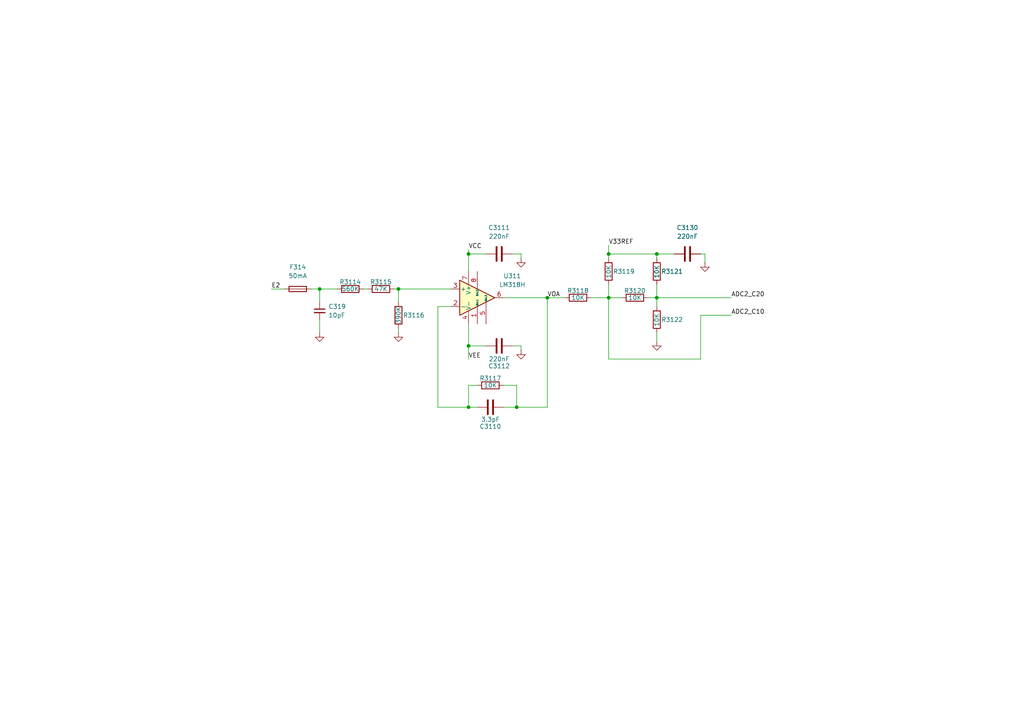
<source format=kicad_sch>
(kicad_sch (version 20231120) (generator "eeschema") (generator_version "8.0")
  (paper "A4")
  (lib_symbols
    (symbol "Amplifier_Operational:LM318H" (pin_names (offset 0.127))
      (property "Reference" "U" (at 3.81 3.81 0))
      (property "Value" "LM318H" (at 3.81 -3.81 0))
      (symbol "LM318H_0_1"
        (polyline (pts (xy 5.08 0) (xy -5.08 5.08) (xy -5.08 -5.08) (xy 5.08 0)) (stroke (width 0.254)) (fill (type background)))
      )
      (symbol "LM318H_1_1"
        (pin passive line (at 0 -7.62 90) (length 5.08) (name "BAL1") (number "1"))
        (pin input line (at -7.62 -2.54 0) (length 2.54) (name "-") (number "2"))
        (pin input line (at -7.62 2.54 0) (length 2.54) (name "+") (number "3"))
        (pin power_in line (at -2.54 -7.62 90) (length 3.81) (name "V-") (number "4"))
        (pin passive line (at 2.54 -7.62 90) (length 6.35) (name "BAL3") (number "5"))
        (pin output line (at 7.62 0 180) (length 2.54) (name "~") (number "6"))
        (pin power_in line (at -2.54 7.62 270) (length 3.81) (name "V+") (number "7"))
        (pin passive line (at 0 7.62 270) (length 5.08) (name "BAL2") (number "8"))
      )
    )
    (symbol "Device:C" (pin_numbers hide) (pin_names (offset 0.254))
      (property "Reference" "C" (at 0.635 2.54 0))
      (property "Value" "C" (at 0.635 -2.54 0))
      (symbol "C_0_1"
        (polyline (pts (xy -2.032 -0.762) (xy 2.032 -0.762)) (stroke (width 0.508)))
        (polyline (pts (xy -2.032 0.762) (xy 2.032 0.762)) (stroke (width 0.508)))
      )
      (symbol "C_1_1"
        (pin passive line (at 0 3.81 270) (length 2.794) (name "~") (number "1"))
        (pin passive line (at 0 -3.81 90) (length 2.794) (name "~") (number "2"))
      )
    )
    (symbol "Device:C_Small" (pin_numbers hide) (pin_names (offset 0.254) hide)
      (property "Reference" "C" (at 0.254 1.778 0))
      (property "Value" "C_Small" (at 0.254 -2.032 0))
      (symbol "C_Small_0_1"
        (polyline (pts (xy -1.524 -0.508) (xy 1.524 -0.508)) (stroke (width 0.3302)))
        (polyline (pts (xy -1.524 0.508) (xy 1.524 0.508)) (stroke (width 0.3048)))
      )
      (symbol "C_Small_1_1"
        (pin passive line (at 0 2.54 270) (length 2.032) (name "~") (number "1"))
        (pin passive line (at 0 -2.54 90) (length 2.032) (name "~") (number "2"))
      )
    )
    (symbol "Device:Fuse" (pin_numbers hide) (pin_names (offset 0))
      (property "Reference" "F" (at 2.032 0 90))
      (property "Value" "Fuse" (at -1.905 0 90))
      (symbol "Fuse_0_1"
        (rectangle (start -0.762 -2.54) (end 0.762 2.54) (stroke (width 0.254)))
        (polyline (pts (xy 0 2.54) (xy 0 -2.54)))
      )
      (symbol "Fuse_1_1"
        (pin passive line (at 0 3.81 270) (length 1.27) (name "~") (number "1"))
        (pin passive line (at 0 -3.81 90) (length 1.27) (name "~") (number "2"))
      )
    )
    (symbol "Device:R" (pin_numbers hide) (pin_names (offset 0))
      (property "Reference" "R" (at 2.032 0 90))
      (property "Value" "R" (at 0 0 90))
      (symbol "R_0_1"
        (rectangle (start -1.016 -2.54) (end 1.016 2.54) (stroke (width 0.254)))
      )
      (symbol "R_1_1"
        (pin passive line (at 0 3.81 270) (length 1.27) (name "~") (number "1"))
        (pin passive line (at 0 -3.81 90) (length 1.27) (name "~") (number "2"))
      )
    )
    (symbol "power:GND" (power) (pin_numbers hide) (pin_names (offset 0) hide)
      (property "Value" "GND" (at 0 -3.81 0))
      (symbol "GND_0_1"
        (polyline (pts (xy 0 0) (xy 0 -1.27) (xy 1.27 -1.27) (xy 0 -2.54) (xy -1.27 -1.27) (xy 0 -1.27)))
      )
      (symbol "GND_1_1"
        (pin power_in line (at 0 0 270) (length 0) (name "~") (number "1"))
      )
    )
  )
  (junction (at 190.5 86.36))
  (junction (at 115.57 83.82))
  (junction (at 158.75 86.36))
  (junction (at 135.89 118.11))
  (junction (at 92.71 83.82))
  (junction (at 135.89 73.66))
  (junction (at 149.86 118.11))
  (junction (at 176.53 73.66))
  (junction (at 176.53 86.36))
  (junction (at 190.5 73.66))
  (junction (at 135.89 100.33))
  (wire (pts (xy 92.71 92.71) (xy 92.71 96.52)))
  (wire (pts (xy 204.47 73.66) (xy 203.2 73.66)))
  (wire (pts (xy 135.89 100.33) (xy 135.89 93.98)))
  (wire (pts (xy 114.3 83.82) (xy 115.57 83.82)))
  (wire (pts (xy 92.71 83.82) (xy 92.71 87.63)))
  (wire (pts (xy 127 118.11) (xy 135.89 118.11)))
  (wire (pts (xy 135.89 118.11) (xy 138.43 118.11)))
  (wire (pts (xy 203.2 104.14) (xy 176.53 104.14)))
  (wire (pts (xy 78.74 83.82) (xy 82.55 83.82)))
  (wire (pts (xy 176.53 71.12) (xy 176.53 73.66)))
  (wire (pts (xy 158.75 86.36) (xy 163.83 86.36)))
  (wire (pts (xy 146.05 111.76) (xy 149.86 111.76)))
  (wire (pts (xy 149.86 118.11) (xy 146.05 118.11)))
  (wire (pts (xy 115.57 95.25) (xy 115.57 96.52)))
  (wire (pts (xy 115.57 83.82) (xy 130.81 83.82)))
  (wire (pts (xy 135.89 72.39) (xy 135.89 73.66)))
  (wire (pts (xy 176.53 82.55) (xy 176.53 86.36)))
  (wire (pts (xy 138.43 111.76) (xy 135.89 111.76)))
  (wire (pts (xy 135.89 73.66) (xy 140.97 73.66)))
  (wire (pts (xy 158.75 86.36) (xy 158.75 118.11)))
  (wire (pts (xy 190.5 74.93) (xy 190.5 73.66)))
  (wire (pts (xy 176.53 104.14) (xy 176.53 86.36)))
  (wire (pts (xy 190.5 86.36) (xy 212.09 86.36)))
  (wire (pts (xy 90.17 83.82) (xy 92.71 83.82)))
  (wire (pts (xy 176.53 73.66) (xy 176.53 74.93)))
  (wire (pts (xy 190.5 82.55) (xy 190.5 86.36)))
  (wire (pts (xy 115.57 83.82) (xy 115.57 87.63)))
  (wire (pts (xy 135.89 73.66) (xy 135.89 78.74)))
  (wire (pts (xy 105.41 83.82) (xy 106.68 83.82)))
  (wire (pts (xy 92.71 83.82) (xy 97.79 83.82)))
  (wire (pts (xy 135.89 100.33) (xy 135.89 104.14)))
  (wire (pts (xy 190.5 86.36) (xy 187.96 86.36)))
  (wire (pts (xy 148.59 100.33) (xy 151.13 100.33)))
  (wire (pts (xy 135.89 111.76) (xy 135.89 118.11)))
  (wire (pts (xy 176.53 86.36) (xy 180.34 86.36)))
  (wire (pts (xy 146.05 86.36) (xy 158.75 86.36)))
  (wire (pts (xy 176.53 86.36) (xy 171.45 86.36)))
  (wire (pts (xy 140.97 100.33) (xy 135.89 100.33)))
  (wire (pts (xy 204.47 76.2) (xy 204.47 73.66)))
  (wire (pts (xy 212.09 91.44) (xy 203.2 91.44)))
  (wire (pts (xy 130.81 88.9) (xy 127 88.9)))
  (wire (pts (xy 148.59 73.66) (xy 151.13 73.66)))
  (wire (pts (xy 190.5 96.52) (xy 190.5 99.06)))
  (wire (pts (xy 151.13 101.6) (xy 151.13 100.33)))
  (wire (pts (xy 190.5 73.66) (xy 195.58 73.66)))
  (wire (pts (xy 203.2 91.44) (xy 203.2 104.14)))
  (wire (pts (xy 149.86 111.76) (xy 149.86 118.11)))
  (wire (pts (xy 158.75 118.11) (xy 149.86 118.11)))
  (wire (pts (xy 190.5 86.36) (xy 190.5 88.9)))
  (wire (pts (xy 127 88.9) (xy 127 118.11)))
  (wire (pts (xy 151.13 74.93) (xy 151.13 73.66)))
  (wire (pts (xy 176.53 73.66) (xy 190.5 73.66)))
  (label "ADC2_C10" (at 212.09 91.44 0))
  (label "ADC2_C20" (at 212.09 86.36 0))
  (label "VCC" (at 135.89 72.39 0))
  (label "VEE" (at 135.89 104.14 0))
  (label "E2" (at 78.74 83.82 0))
  (label "VOA" (at 158.75 86.36 0))
  (label "V33REF" (at 176.53 71.12 0))
  (symbol (lib_id "Device:C") (at 144.78 100.33 90) (unit 1)
    (property "Reference" "C3112" (at 144.78 106.172 90))
    (property "Value" "220nF" (at 144.78 104.14 90))
    (property "Description" "Unpolarized capacitor" (effects (hide yes)))
  )
  (symbol (lib_id "Device:R") (at 142.24 111.76 90) (unit 1)
    (property "Reference" "R3117" (at 142.24 109.728 90))
    (property "Value" "10K" (at 142.24 111.76 90))
    (property "Description" "Resistor" (effects (hide yes)))
  )
  (symbol (lib_id "Device:R") (at 184.15 86.36 90) (unit 1)
    (property "Reference" "R3120" (at 184.15 84.328 90))
    (property "Value" "10K" (at 184.15 86.36 90))
    (property "Description" "Resistor" (effects (hide yes)))
  )
  (symbol (lib_id "Device:R") (at 176.53 78.74 0) (unit 1)
    (property "Reference" "R3119" (at 177.8 78.74 0) (effects (justify left)))
    (property "Value" "10K" (at 176.53 80.772 90) (effects (justify left)))
    (property "Description" "Resistor" (effects (hide yes)))
  )
  (symbol (lib_id "power:GND") (at 92.71 96.52 0) (unit 1)
    (property "Reference" "#PWR016" (effects (hide yes)))
    (property "Value" "GND" (effects (hide yes)))
    (property "Description" "Power symbol creates a global label with name \"GND\" , ground" (effects (hide yes)))
  )
  (symbol (lib_id "Amplifier_Operational:LM318H") (at 138.43 86.36 0) (unit 1)
    (property "Reference" "U311" (at 148.59 80.0414 0))
    (property "Value" "LM318H" (at 148.59 82.5814 0))
    (property "Datasheet" "http://www.ti.com/lit/ds/symlink/lm318-n.pdf" (effects (hide yes)))
    (property "Description" "Operational Amplifier, TO-99-8" (effects (hide yes)))
  )
  (symbol (lib_id "Device:R") (at 190.5 78.74 0) (unit 1)
    (property "Reference" "R3121" (at 191.77 78.74 0) (effects (justify left)))
    (property "Value" "10K" (at 190.5 80.772 90) (effects (justify left)))
    (property "Description" "Resistor" (effects (hide yes)))
  )
  (symbol (lib_id "Device:C") (at 144.78 73.66 90) (unit 1)
    (property "Reference" "C3111" (at 144.78 66.04 90))
    (property "Value" "220nF" (at 144.78 68.58 90))
    (property "Description" "Unpolarized capacitor" (effects (hide yes)))
  )
  (symbol (lib_id "Device:C") (at 142.24 118.11 90) (unit 1)
    (property "Reference" "C3110" (at 142.24 123.698 90))
    (property "Value" "3.3pF" (at 142.24 121.666 90))
    (property "Description" "Unpolarized capacitor" (effects (hide yes)))
  )
  (symbol (lib_id "power:GND") (at 204.47 76.2 0) (unit 1)
    (property "Reference" "#PWR044" (effects (hide yes)))
    (property "Value" "GND" (effects (hide yes)))
    (property "Description" "Power symbol creates a global label with name \"GND\" , ground" (effects (hide yes)))
  )
  (symbol (lib_id "power:GND") (at 151.13 101.6 0) (unit 1)
    (property "Reference" "#PWR019" (effects (hide yes)))
    (property "Value" "GND" (effects (hide yes)))
    (property "Description" "Power symbol creates a global label with name \"GND\" , ground" (effects (hide yes)))
  )
  (symbol (lib_id "Device:R") (at 190.5 92.71 0) (unit 1)
    (property "Reference" "R3122" (at 191.77 92.71 0) (effects (justify left)))
    (property "Value" "10K" (at 190.5 94.742 90) (effects (justify left)))
    (property "Description" "Resistor" (effects (hide yes)))
  )
  (symbol (lib_id "power:GND") (at 115.57 96.52 0) (unit 1)
    (property "Reference" "#PWR017" (effects (hide yes)))
    (property "Value" "GND" (effects (hide yes)))
    (property "Description" "Power symbol creates a global label with name \"GND\" , ground" (effects (hide yes)))
  )
  (symbol (lib_id "power:GND") (at 151.13 74.93 0) (unit 1)
    (property "Reference" "#PWR018" (effects (hide yes)))
    (property "Value" "GND" (effects (hide yes)))
    (property "Description" "Power symbol creates a global label with name \"GND\" , ground" (effects (hide yes)))
  )
  (symbol (lib_id "power:GND") (at 190.5 99.06 0) (unit 1)
    (property "Reference" "#PWR043" (effects (hide yes)))
    (property "Value" "GND" (effects (hide yes)))
    (property "Description" "Power symbol creates a global label with name \"GND\" , ground" (effects (hide yes)))
  )
  (symbol (lib_id "Device:R") (at 167.64 86.36 90) (unit 1)
    (property "Reference" "R3118" (at 167.64 84.328 90))
    (property "Value" "10K" (at 167.64 86.36 90))
    (property "Description" "Resistor" (effects (hide yes)))
  )
  (symbol (lib_id "Device:Fuse") (at 86.36 83.82 90) (unit 1)
    (property "Reference" "F314" (at 86.36 77.47 90))
    (property "Value" "50mA" (at 86.36 80.01 90))
    (property "Footprint" "Fuse:Fuse_1206_3216Metric" (effects (hide yes)))
    (property "Description" "Fuse" (effects (hide yes)))
  )
  (symbol (lib_id "Device:R") (at 115.57 91.44 0) (unit 1)
    (property "Reference" "R3116" (at 116.84 91.44 0) (effects (justify left)))
    (property "Value" "390K" (at 115.57 93.98 90) (effects (justify left)))
    (property "Description" "Resistor" (effects (hide yes)))
  )
  (symbol (lib_id "Device:R") (at 101.6 83.82 90) (unit 1)
    (property "Reference" "R3114" (at 101.6 81.788 90))
    (property "Value" "560K" (at 101.6 83.82 90))
    (property "Description" "Resistor" (effects (hide yes)))
  )
  (symbol (lib_id "Device:C") (at 199.39 73.66 90) (unit 1)
    (property "Reference" "C3130" (at 199.39 66.04 90))
    (property "Value" "220nF" (at 199.39 68.58 90))
    (property "Description" "Unpolarized capacitor" (effects (hide yes)))
  )
  (symbol (lib_id "Device:C_Small") (at 92.71 90.17 0) (unit 1)
    (property "Reference" "C319" (at 95.25 88.9062 0) (effects (justify left)))
    (property "Value" "10pF" (at 95.25 91.4462 0) (effects (justify left)))
    (property "Description" "Unpolarized capacitor, small symbol" (effects (hide yes)))
  )
  (symbol (lib_id "Device:R") (at 110.49 83.82 90) (unit 1)
    (property "Reference" "R3115" (at 110.49 81.788 90))
    (property "Value" "47K" (at 110.49 83.82 90))
    (property "Description" "Resistor" (effects (hide yes)))
  )
)
</source>
